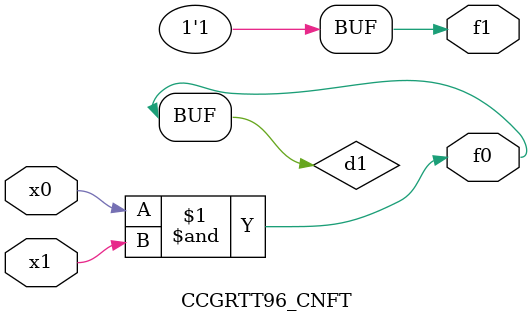
<source format=v>
module CCGRTT96_CNFT(
	input x0, x1,
	output f0, f1
);

	wire d1;

	assign f0 = d1;
	and (d1, x0, x1);
	assign f1 = 1'b1;
endmodule

</source>
